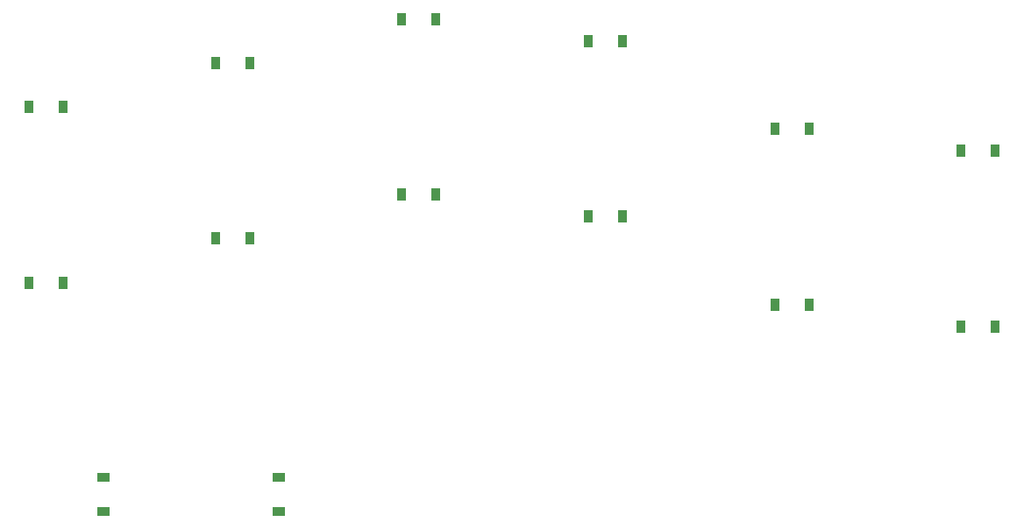
<source format=gbp>
G04 #@! TF.GenerationSoftware,KiCad,Pcbnew,7.0.8*
G04 #@! TF.CreationDate,2024-04-01T22:34:59+01:00*
G04 #@! TF.ProjectId,right,72696768-742e-46b6-9963-61645f706362,v1.0.0*
G04 #@! TF.SameCoordinates,Original*
G04 #@! TF.FileFunction,Paste,Bot*
G04 #@! TF.FilePolarity,Positive*
%FSLAX46Y46*%
G04 Gerber Fmt 4.6, Leading zero omitted, Abs format (unit mm)*
G04 Created by KiCad (PCBNEW 7.0.8) date 2024-04-01 22:34:59*
%MOMM*%
%LPD*%
G01*
G04 APERTURE LIST*
%ADD10R,0.900000X1.200000*%
%ADD11R,1.200000X0.900000*%
G04 APERTURE END LIST*
D10*
X314350000Y-143250000D03*
X317650000Y-143250000D03*
X314350000Y-126250000D03*
X317650000Y-126250000D03*
X296350000Y-141125000D03*
X299650000Y-141125000D03*
X296350000Y-124125000D03*
X299650000Y-124125000D03*
X278350000Y-132625000D03*
X281650000Y-132625000D03*
X278350000Y-115625000D03*
X281650000Y-115625000D03*
X260350000Y-130500000D03*
X263650000Y-130500000D03*
X260350000Y-113500000D03*
X263650000Y-113500000D03*
X242350000Y-134750000D03*
X245650000Y-134750000D03*
X242350000Y-117750000D03*
X245650000Y-117750000D03*
X224350000Y-139000000D03*
X227650000Y-139000000D03*
X224350000Y-122000000D03*
X227650000Y-122000000D03*
D11*
X248500000Y-161150000D03*
X248500000Y-157850000D03*
X231500000Y-161150000D03*
X231500000Y-157850000D03*
M02*

</source>
